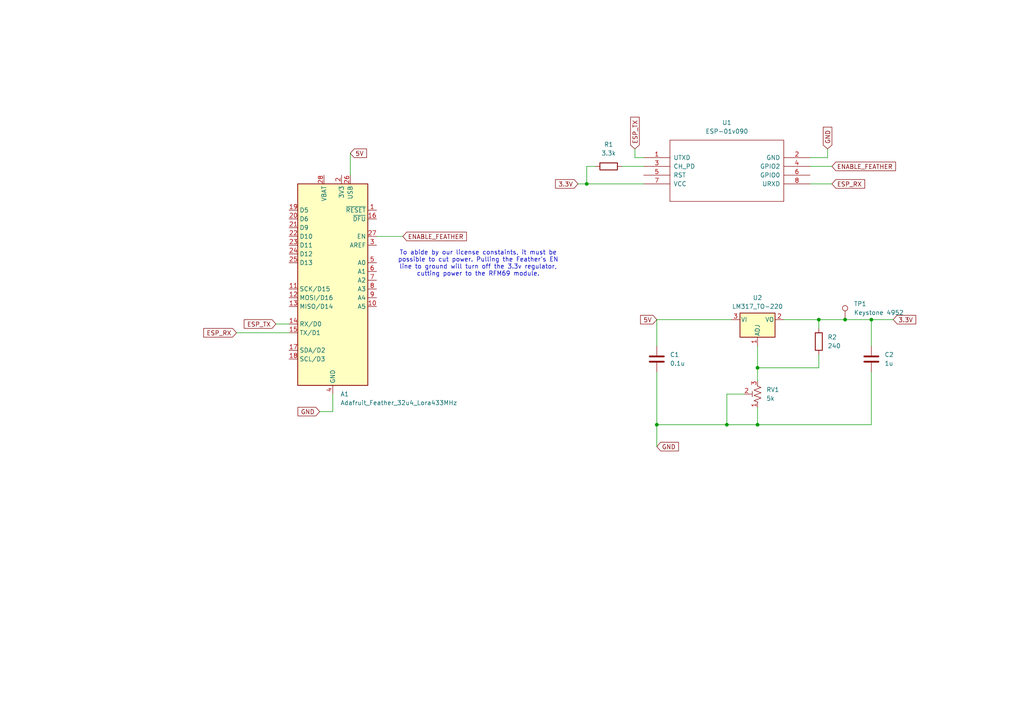
<source format=kicad_sch>
(kicad_sch (version 20231120) (generator "eeschema") (generator_version "8.0")
  (paper "A4")
  (lib_symbols
    (symbol "Connector:TestPoint" (pin_numbers hide) (pin_names (offset 0.762) hide)
      (property "Reference" "TP" (at 0 6.858 0))
      (property "Value" "TestPoint" (at 0 5.08 0))
      (symbol "TestPoint_0_1"
        (circle (center 0 3.302) (radius 0.762))
      )
      (symbol "TestPoint_1_1"
        (pin passive line (at 0 0 90) (length 2.54) (name "1") (number "1"))
      )
    )
    (symbol "Device:C" (pin_numbers hide) (pin_names (offset 0.254))
      (property "Reference" "C" (at 0.635 2.54 0))
      (property "Value" "C" (at 0.635 -2.54 0))
      (symbol "C_0_1"
        (polyline (pts (xy -2.032 -0.762) (xy 2.032 -0.762)) (stroke (width 0.508)))
        (polyline (pts (xy -2.032 0.762) (xy 2.032 0.762)) (stroke (width 0.508)))
      )
      (symbol "C_1_1"
        (pin passive line (at 0 3.81 270) (length 2.794) (name "~") (number "1"))
        (pin passive line (at 0 -3.81 90) (length 2.794) (name "~") (number "2"))
      )
    )
    (symbol "Device:R" (pin_numbers hide) (pin_names (offset 0))
      (property "Reference" "R" (at 2.032 0 90))
      (property "Value" "R" (at 0 0 90))
      (symbol "R_0_1"
        (rectangle (start -1.016 -2.54) (end 1.016 2.54) (stroke (width 0.254)))
      )
      (symbol "R_1_1"
        (pin passive line (at 0 3.81 270) (length 1.27) (name "~") (number "1"))
        (pin passive line (at 0 -3.81 90) (length 1.27) (name "~") (number "2"))
      )
    )
    (symbol "Device:R_Potentiometer_Trim_US" (pin_names (offset 1.016) hide)
      (property "Reference" "RV" (at -4.445 0 90))
      (property "Value" "R_Potentiometer_Trim_US" (at -2.54 0 90))
      (symbol "R_Potentiometer_Trim_US_0_1"
        (polyline (pts (xy 0 -2.286) (xy 0 -2.54)))
        (polyline (pts (xy 0 2.286) (xy 0 2.54)))
        (polyline (pts (xy 1.524 0.762) (xy 1.524 -0.762)))
        (polyline (pts (xy 2.54 0) (xy 1.524 0)))
        (polyline (pts (xy 0 -0.762) (xy 1.016 -1.143) (xy 0 -1.524) (xy -1.016 -1.905) (xy 0 -2.286)))
        (polyline (pts (xy 0 0.762) (xy 1.016 0.381) (xy 0 0) (xy -1.016 -0.381) (xy 0 -0.762)))
        (polyline (pts (xy 0 2.286) (xy 1.016 1.905) (xy 0 1.524) (xy -1.016 1.143) (xy 0 0.762)))
      )
      (symbol "R_Potentiometer_Trim_US_1_1"
        (pin passive line (at 0 3.81 270) (length 1.27) (name "1") (number "1"))
        (pin passive line (at 3.81 0 180) (length 1.27) (name "2") (number "2"))
        (pin passive line (at 0 -3.81 90) (length 1.27) (name "3") (number "3"))
      )
    )
    (symbol "ESP8266:ESP-01v090" (pin_names (offset 1.016))
      (property "Reference" "U" (at 0 -2.54 0))
      (property "Value" "ESP-01v090" (at 0 2.54 0))
      (symbol "ESP-01v090_1_0"
        (rectangle (start -16.51 -8.89) (end 16.51 8.89))
      )
      (symbol "ESP-01v090_1_1"
        (pin output line (at -24.13 3.81 0) (length 7.62) (name "UTXD") (number "1"))
        (pin power_in line (at 24.13 3.81 180) (length 7.62) (name "GND") (number "2"))
        (pin input line (at -24.13 1.27 0) (length 7.62) (name "CH_PD") (number "3"))
        (pin tri_state line (at 24.13 1.27 180) (length 7.62) (name "GPIO2") (number "4"))
        (pin input line (at -24.13 -1.27 0) (length 7.62) (name "RST") (number "5"))
        (pin tri_state line (at 24.13 -1.27 180) (length 7.62) (name "GPIO0") (number "6"))
        (pin power_in line (at -24.13 -3.81 0) (length 7.62) (name "VCC") (number "7"))
        (pin input line (at 24.13 -3.81 180) (length 7.62) (name "URXD") (number "8"))
      )
    )
    (symbol "MCU_Module:Adafruit_Feather_32u4_BluefruitLE"
      (property "Reference" "A" (at -10.16 28.575 0))
      (property "Value" "Adafruit_Feather_32u4_BluefruitLE" (at 2.54 -31.75 0))
      (symbol "Adafruit_Feather_32u4_BluefruitLE_0_1"
        (rectangle (start -10.16 27.94) (end 10.16 -30.48) (stroke (width 0.254)) (fill (type background)))
      )
      (symbol "Adafruit_Feather_32u4_BluefruitLE_1_1"
        (pin input line (at 12.7 20.32 180) (length 2.54) (name "~{RESET}") (number "1"))
        (pin bidirectional line (at 12.7 -7.62 180) (length 2.54) (name "A5") (number "10"))
        (pin bidirectional line (at -12.7 -2.54 0) (length 2.54) (name "SCK/D15") (number "11"))
        (pin bidirectional line (at -12.7 -5.08 0) (length 2.54) (name "MOSI/D16") (number "12"))
        (pin bidirectional line (at -12.7 -7.62 0) (length 2.54) (name "MISO/D14") (number "13"))
        (pin bidirectional line (at -12.7 -12.7 0) (length 2.54) (name "RX/D0") (number "14"))
        (pin bidirectional line (at -12.7 -15.24 0) (length 2.54) (name "TX/D1") (number "15"))
        (pin input line (at 12.7 17.78 180) (length 2.54) (name "~{DFU}") (number "16"))
        (pin bidirectional line (at -12.7 -20.32 0) (length 2.54) (name "SDA/D2") (number "17"))
        (pin bidirectional line (at -12.7 -22.86 0) (length 2.54) (name "SCL/D3") (number "18"))
        (pin bidirectional line (at -12.7 20.32 0) (length 2.54) (name "D5") (number "19"))
        (pin power_in line (at 2.54 30.48 270) (length 2.54) (name "3V3") (number "2"))
        (pin bidirectional line (at -12.7 17.78 0) (length 2.54) (name "D6") (number "20"))
        (pin bidirectional line (at -12.7 15.24 0) (length 2.54) (name "D9") (number "21"))
        (pin bidirectional line (at -12.7 12.7 0) (length 2.54) (name "D10") (number "22"))
        (pin bidirectional line (at -12.7 10.16 0) (length 2.54) (name "D11") (number "23"))
        (pin bidirectional line (at -12.7 7.62 0) (length 2.54) (name "D12") (number "24"))
        (pin bidirectional line (at -12.7 5.08 0) (length 2.54) (name "D13") (number "25"))
        (pin power_in line (at 5.08 30.48 270) (length 2.54) (name "USB") (number "26"))
        (pin input line (at 12.7 12.7 180) (length 2.54) (name "EN") (number "27"))
        (pin power_in line (at -2.54 30.48 270) (length 2.54) (name "VBAT") (number "28"))
        (pin input line (at 12.7 10.16 180) (length 2.54) (name "AREF") (number "3"))
        (pin power_in line (at 0 -33.02 90) (length 2.54) (name "GND") (number "4"))
        (pin bidirectional line (at 12.7 5.08 180) (length 2.54) (name "A0") (number "5"))
        (pin bidirectional line (at 12.7 2.54 180) (length 2.54) (name "A1") (number "6"))
        (pin bidirectional line (at 12.7 0 180) (length 2.54) (name "A2") (number "7"))
        (pin bidirectional line (at 12.7 -2.54 180) (length 2.54) (name "A3") (number "8"))
        (pin bidirectional line (at 12.7 -5.08 180) (length 2.54) (name "A4") (number "9"))
      )
    )
    (symbol "Regulator_Linear:LM317_TO-220" (pin_names (offset 0.254))
      (property "Reference" "U" (at -3.81 3.175 0))
      (property "Value" "LM317_TO-220" (at 0 3.175 0))
      (symbol "LM317_TO-220_0_1"
        (rectangle (start -5.08 1.905) (end 5.08 -5.08) (stroke (width 0.254)) (fill (type background)))
      )
      (symbol "LM317_TO-220_1_1"
        (pin input line (at 0 -7.62 90) (length 2.54) (name "ADJ") (number "1"))
        (pin power_out line (at 7.62 0 180) (length 2.54) (name "VO") (number "2"))
        (pin power_in line (at -7.62 0 0) (length 2.54) (name "VI") (number "3"))
      )
    )
  )
  (junction (at 170.18 53.34))
  (junction (at 252.73 92.71))
  (junction (at 237.49 92.71))
  (junction (at 210.82 123.19))
  (junction (at 245.11 92.71))
  (junction (at 219.71 106.68))
  (junction (at 190.5 123.19))
  (junction (at 219.71 123.19))
  (wire (pts (xy 227.33 92.71) (xy 237.49 92.71)))
  (wire (pts (xy 252.73 123.19) (xy 219.71 123.19)))
  (wire (pts (xy 252.73 100.33) (xy 252.73 92.71)))
  (wire (pts (xy 186.69 45.72) (xy 184.15 45.72)))
  (wire (pts (xy 172.72 48.26) (xy 170.18 48.26)))
  (wire (pts (xy 234.95 53.34) (xy 241.3 53.34)))
  (wire (pts (xy 167.64 53.34) (xy 170.18 53.34)))
  (wire (pts (xy 237.49 92.71) (xy 245.11 92.71)))
  (wire (pts (xy 252.73 92.71) (xy 259.08 92.71)))
  (wire (pts (xy 252.73 107.95) (xy 252.73 123.19)))
  (wire (pts (xy 237.49 95.25) (xy 237.49 92.71)))
  (wire (pts (xy 184.15 43.18) (xy 184.15 45.72)))
  (wire (pts (xy 170.18 53.34) (xy 186.69 53.34)))
  (wire (pts (xy 80.01 93.98) (xy 83.82 93.98)))
  (wire (pts (xy 234.95 45.72) (xy 240.03 45.72)))
  (wire (pts (xy 234.95 48.26) (xy 241.3 48.26)))
  (wire (pts (xy 109.22 68.58) (xy 116.84 68.58)))
  (wire (pts (xy 215.9 114.3) (xy 210.82 114.3)))
  (wire (pts (xy 92.71 119.38) (xy 96.52 119.38)))
  (wire (pts (xy 245.11 92.71) (xy 252.73 92.71)))
  (wire (pts (xy 210.82 114.3) (xy 210.82 123.19)))
  (wire (pts (xy 219.71 106.68) (xy 219.71 110.49)))
  (wire (pts (xy 190.5 92.71) (xy 212.09 92.71)))
  (wire (pts (xy 237.49 102.87) (xy 237.49 106.68)))
  (wire (pts (xy 240.03 43.18) (xy 240.03 45.72)))
  (wire (pts (xy 210.82 123.19) (xy 219.71 123.19)))
  (wire (pts (xy 68.58 96.52) (xy 83.82 96.52)))
  (wire (pts (xy 96.52 114.3) (xy 96.52 119.38)))
  (wire (pts (xy 219.71 106.68) (xy 237.49 106.68)))
  (wire (pts (xy 190.5 107.95) (xy 190.5 123.19)))
  (wire (pts (xy 219.71 118.11) (xy 219.71 123.19)))
  (wire (pts (xy 190.5 92.71) (xy 190.5 100.33)))
  (wire (pts (xy 180.34 48.26) (xy 186.69 48.26)))
  (wire (pts (xy 190.5 123.19) (xy 190.5 129.54)))
  (wire (pts (xy 170.18 48.26) (xy 170.18 53.34)))
  (wire (pts (xy 219.71 100.33) (xy 219.71 106.68)))
  (wire (pts (xy 190.5 123.19) (xy 210.82 123.19)))
  (wire (pts (xy 101.6 44.45) (xy 101.6 50.8)))
  (text "To abide by our license constaints, it must be\npossible to cut power. Pulling the Feather's EN\nline to ground will turn off the 3.3v regulator,\ncutting power to the RFM69 module." (at 138.684 76.454 0) (effects (font (size 1.27 1.27))))
  (global_label "GND" (shape input) (at 240.03 43.18 90) (property "Intersheetrefs" "${INTERSHEET_REFS}" (effects (hide yes))))
  (global_label "GND" (shape input) (at 92.71 119.38 180) (property "Intersheetrefs" "${INTERSHEET_REFS}" (effects (hide yes))))
  (global_label "ESP_RX" (shape input) (at 68.58 96.52 180) (property "Intersheetrefs" "${INTERSHEET_REFS}" (effects (hide yes))))
  (global_label "5V" (shape input) (at 190.5 92.71 180) (property "Intersheetrefs" "${INTERSHEET_REFS}" (effects (hide yes))))
  (global_label "3.3V" (shape input) (at 167.64 53.34 180) (property "Intersheetrefs" "${INTERSHEET_REFS}" (effects (hide yes))))
  (global_label "ESP_TX" (shape input) (at 184.15 43.18 90) (property "Intersheetrefs" "${INTERSHEET_REFS}" (effects (hide yes))))
  (global_label "ESP_RX" (shape input) (at 241.3 53.34 0) (property "Intersheetrefs" "${INTERSHEET_REFS}" (effects (hide yes))))
  (global_label "GND" (shape input) (at 190.5 129.54 0) (property "Intersheetrefs" "${INTERSHEET_REFS}" (effects (hide yes))))
  (global_label "ESP_TX" (shape input) (at 80.01 93.98 180) (property "Intersheetrefs" "${INTERSHEET_REFS}" (effects (hide yes))))
  (global_label "5V" (shape input) (at 101.6 44.45 0) (property "Intersheetrefs" "${INTERSHEET_REFS}" (effects (hide yes))))
  (global_label "3.3V" (shape input) (at 259.08 92.71 0) (property "Intersheetrefs" "${INTERSHEET_REFS}" (effects (hide yes))))
  (global_label "ENABLE_FEATHER" (shape input) (at 241.3 48.26 0) (property "Intersheetrefs" "${INTERSHEET_REFS}" (effects (hide yes))))
  (global_label "ENABLE_FEATHER" (shape input) (at 116.84 68.58 0) (property "Intersheetrefs" "${INTERSHEET_REFS}" (effects (hide yes))))
  (symbol (lib_id "Regulator_Linear:LM317_TO-220") (at 219.71 92.71 0) (unit 1)
    (property "Reference" "U2" (at 219.71 86.36 0))
    (property "Value" "LM317_TO-220" (at 219.71 88.9 0))
    (property "Footprint" "Package_TO_SOT_THT:TO-220-3_Vertical" (effects (hide yes)))
    (property "Datasheet" "http://www.ti.com/lit/ds/symlink/lm317.pdf" (effects (hide yes)))
  )
  (symbol (lib_id "Device:R") (at 237.49 99.06 0) (unit 1)
    (property "Reference" "R2" (at 240.03 97.7899 0) (effects (justify left)))
    (property "Value" "240" (at 240.03 100.3299 0) (effects (justify left)))
    (property "Footprint" "Resistor_THT:R_Axial_DIN0414_L11.9mm_D4.5mm_P20.32mm_Horizontal" (effects (hide yes)))
  )
  (symbol (lib_id "Connector:TestPoint") (at 245.11 92.71 0) (unit 1)
    (property "Reference" "TP1" (at 247.65 88.138 0) (effects (justify left)))
    (property "Value" "Keystone 4952" (at 247.65 90.678 0) (effects (justify left)))
    (property "Footprint" "TestPoint:TestPoint_THTPad_2.5x2.5mm_Drill1.2mm" (effects (hide yes)))
  )
  (symbol (lib_id "ESP8266:ESP-01v090") (at 210.82 49.53 0) (unit 1)
    (property "Reference" "U1" (at 210.82 35.56 0))
    (property "Value" "ESP-01v090" (at 210.82 38.1 0))
    (property "Footprint" "ESP8266:ESP-01" (effects (hide yes)))
    (property "Datasheet" "http://l0l.org.uk/2014/12/esp8266-modules-hardware-guide-gotta-catch-em-all/" (effects (hide yes)))
    (property "Description" "ESP8266 ESP-01 module, v090" (effects (hide yes)))
  )
  (symbol (lib_id "MCU_Module:Adafruit_Feather_32u4_BluefruitLE") (at 96.52 81.28 0) (unit 1)
    (property "Reference" "A1" (at 98.7141 114.3 0) (effects (justify left)))
    (property "Value" "Adafruit_Feather_32u4_Lora433MHz" (at 98.7141 116.84 0) (effects (justify left)))
    (property "Footprint" "Module:Adafruit_Feather_32u4_RFM" (effects (hide yes)))
    (property "Datasheet" "https://cdn-learn.adafruit.com/downloads/pdf/adafruit-feather-32u4-bluefruit-le.pdf" (effects (hide yes)))
    (property "Description" "Microcontroller module with ATmega32u4 MCU and bluetooth" (effects (hide yes)))
  )
  (symbol (lib_id "Device:C") (at 190.5 104.14 0) (unit 1)
    (property "Reference" "C1" (at 194.31 102.87 0) (effects (justify left)))
    (property "Value" "0.1u" (at 194.31 105.41 0) (effects (justify left)))
    (property "Footprint" "Capacitor_THT:C_Disc_D5.0mm_W2.5mm_P5.00mm" (effects (hide yes)))
  )
  (symbol (lib_id "Device:R_Potentiometer_Trim_US") (at 219.71 114.3 180) (unit 1)
    (property "Reference" "RV1" (at 222.25 113.03 0) (effects (justify right)))
    (property "Value" "5k" (at 222.25 115.57 0) (effects (justify right)))
    (property "Footprint" "Potentiometer_THT:Potentiometer_Runtron_RM-065_Vertical" (effects (hide yes)))
  )
  (symbol (lib_id "Device:R") (at 176.53 48.26 90) (unit 1)
    (property "Reference" "R1" (at 176.53 41.91 90))
    (property "Value" "3.3k" (at 176.53 44.45 90))
    (property "Footprint" "Resistor_THT:R_Axial_DIN0414_L11.9mm_D4.5mm_P20.32mm_Horizontal" (effects (hide yes)))
    (property "Description" "Resistor" (effects (hide yes)))
  )
  (symbol (lib_id "Device:C") (at 252.73 104.14 0) (unit 1)
    (property "Reference" "C2" (at 256.54 102.87 0) (effects (justify left)))
    (property "Value" "1u" (at 256.54 105.41 0) (effects (justify left)))
    (property "Footprint" "Capacitor_THT:CP_Radial_D5.0mm_P2.00mm" (effects (hide yes)))
  )
)
</source>
